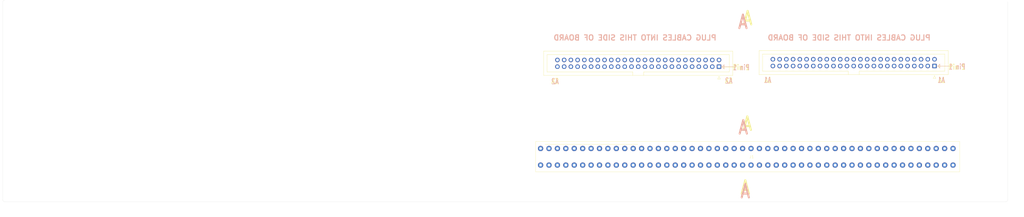
<source format=kicad_pcb>
(kicad_pcb (version 20221018) (generator pcbnew)
  (layers (0 "F.Cu" signal) (31 "B.Cu" signal) (34 "B.Paste" user) (35 "F.Paste" user) (36 "B.SilkS" user "B.Silkscreen") (37 "F.SilkS" user "F.Silkscreen") (38 "B.Mask" user) (39 "F.Mask" user) (44 "Edge.Cuts" user))
  (net 0 "")
  (net 1 "a01")
  (net 2 "a02")
  (net 3 "a03")
  (net 4 "a04")
  (net 5 "a05")
  (net 6 "a06")
  (net 7 "a07")
  (net 8 "a08")
  (net 9 "a09")
  (net 10 "a10")
  (net 11 "a11")
  (net 12 "a12")
  (net 13 "a13")
  (net 14 "a14")
  (net 15 "a15")
  (net 16 "a16")
  (net 17 "a17")
  (net 18 "a18")
  (net 19 "a19")
  (net 20 "a20")
  (net 21 "a21")
  (net 22 "a22")
  (net 23 "a23")
  (net 24 "a24")
  (net 25 "a25")
  (net 26 "a26")
  (net 27 "a27")
  (net 28 "a28")
  (net 29 "a29")
  (net 30 "a30")
  (net 31 "a31")
  (net 32 "a32")
  (net 33 "a33")
  (net 34 "a34")
  (net 35 "a35")
  (net 36 "a36")
  (net 37 "a37")
  (net 38 "a38")
  (net 39 "a39")
  (net 40 "a40")
  (net 41 "a41")
  (net 42 "a42")
  (net 43 "a43")
  (net 44 "a44")
  (net 45 "a45")
  (net 46 "a46")
  (net 47 "a47")
  (net 48 "a48")
  (net 49 "a49")
  (net 50 "a50")
  (net 51 "b01")
  (net 52 "b02")
  (net 53 "b03")
  (net 54 "b04")
  (net 55 "b05")
  (net 56 "b06")
  (net 57 "b07")
  (net 58 "b08")
  (net 59 "b09")
  (net 60 "b10")
  (net 61 "b11")
  (net 62 "b12")
  (net 63 "b13")
  (net 64 "b14")
  (net 65 "b15")
  (net 66 "b16")
  (net 67 "b17")
  (net 68 "b18")
  (net 69 "b19")
  (net 70 "b20")
  (net 71 "b21")
  (net 72 "b22")
  (net 73 "b23")
  (net 74 "b24")
  (net 75 "b25")
  (net 76 "b26")
  (net 77 "b27")
  (net 78 "b28")
  (net 79 "b29")
  (net 80 "b30")
  (net 81 "b31")
  (net 82 "b32")
  (net 83 "b33")
  (net 84 "b34")
  (net 85 "b35")
  (net 86 "b36")
  (net 87 "b37")
  (net 88 "b38")
  (net 89 "b39")
  (net 90 "b40")
  (net 91 "b41")
  (net 92 "b42")
  (net 93 "b43")
  (net 94 "b44")
  (net 95 "b45")
  (net 96 "b46")
  (net 97 "b47")
  (net 98 "b48")
  (net 99 "b49")
  (net 100 "b50")
  (footprint "Forgotten Machines:DG NOVA Backplane Connector - Frontside" (layer "F.Cu") (at 307.483 94.06)
    (fp_text reference "J1" (at 1.254 0 unlocked) (layer "F.SilkS") (effects (font (thickness 0.1))))
    (fp_text value "Port A" hide)
    (fp_rect (start 79.74 5.635) (end -80.28 -5.795) (stroke (width 0.1)) (fill none) (layer "F.SilkS"))
    (pad "1" thru_hole circle (at 77.2 -3.175 90) (size 2 2) (drill 1) (layers "*.Cu" "*.Mask") (net 1 "a01"))
    (pad "2" thru_hole circle (at 77.2 3.095 90) (size 2 2) (drill 1) (layers "*.Cu" "*.Mask") (net 2 "a02"))
    (pad "3" thru_hole circle (at 74.025 -3.175 90) (size 2 2) (drill 1) (layers "*.Cu" "*.Mask") (net 3 "a03"))
    (pad "4" thru_hole circle (at 74.025 3.095 90) (size 2 2) (drill 1) (layers "*.Cu" "*.Mask") (net 4 "a04"))
    (pad "5" thru_hole circle (at 70.85 -3.175 90) (size 2 2) (drill 1) (layers "*.Cu" "*.Mask") (net 5 "a05"))
    (pad "6" thru_hole circle (at 70.85 3.095 90) (size 2 2) (drill 1) (layers "*.Cu" "*.Mask") (net 6 "a06"))
    (pad "7" thru_hole circle (at 67.675 -3.175 90) (size 2 2) (drill 1) (layers "*.Cu" "*.Mask") (net 7 "a07"))
    (pad "8" thru_hole circle (at 67.675 3.095 90) (size 2 2) (drill 1) (layers "*.Cu" "*.Mask") (net 8 "a08"))
    (pad "9" thru_hole circle (at 64.5 -3.175 90) (size 2 2) (drill 1) (layers "*.Cu" "*.Mask") (net 9 "a09"))
    (pad "10" thru_hole circle (at 64.5 3.095 90) (size 2 2) (drill 1) (layers "*.Cu" "*.Mask") (net 10 "a10"))
    (pad "11" thru_hole circle (at 61.325 -3.175 90) (size 2 2) (drill 1) (layers "*.Cu" "*.Mask") (net 11 "a11"))
    (pad "12" thru_hole circle (at 61.325 3.095 90) (size 2 2) (drill 1) (layers "*.Cu" "*.Mask") (net 12 "a12"))
    (pad "13" thru_hole circle (at 58.15 -3.175 90) (size 2 2) (drill 1) (layers "*.Cu" "*.Mask") (net 13 "a13"))
    (pad "14" thru_hole circle (at 58.15 3.095 90) (size 2 2) (drill 1) (layers "*.Cu" "*.Mask") (net 14 "a14"))
    (pad "15" thru_hole circle (at 54.975 -3.175 90) (size 2 2) (drill 1) (layers "*.Cu" "*.Mask") (net 15 "a15"))
    (pad "16" thru_hole circle (at 54.975 3.095 90) (size 2 2) (drill 1) (layers "*.Cu" "*.Mask") (net 16 "a16"))
    (pad "17" thru_hole circle (at 51.8 -3.175 90) (size 2 2) (drill 1) (layers "*.Cu" "*.Mask") (net 17 "a17"))
    (pad "18" thru_hole circle (at 51.8 3.095 90) (size 2 2) (drill 1) (layers "*.Cu" "*.Mask") (net 18 "a18"))
    (pad "19" thru_hole circle (at 48.625 -3.175 90) (size 2 2) (drill 1) (layers "*.Cu" "*.Mask") (net 19 "a19"))
    (pad "20" thru_hole circle (at 48.625 3.095 90) (size 2 2) (drill 1) (layers "*.Cu" "*.Mask") (net 20 "a20"))
    (pad "21" thru_hole circle (at 45.45 -3.175 90) (size 2 2) (drill 1) (layers "*.Cu" "*.Mask") (net 21 "a21"))
    (pad "22" thru_hole circle (at 45.45 3.095 90) (size 2 2) (drill 1) (layers "*.Cu" "*.Mask") (net 22 "a22"))
    (pad "23" thru_hole circle (at 42.275 -3.175 90) (size 2 2) (drill 1) (layers "*.Cu" "*.Mask") (net 23 "a23"))
    (pad "24" thru_hole circle (at 42.275 3.095 90) (size 2 2) (drill 1) (layers "*.Cu" "*.Mask") (net 24 "a24"))
    (pad "25" thru_hole circle (at 39.1 -3.175 90) (size 2 2) (drill 1) (layers "*.Cu" "*.Mask") (net 25 "a25"))
    (pad "26" thru_hole circle (at 39.1 3.095 90) (size 2 2) (drill 1) (layers "*.Cu" "*.Mask") (net 26 "a26"))
    (pad "27" thru_hole circle (at 35.925 -3.175 90) (size 2 2) (drill 1) (layers "*.Cu" "*.Mask") (net 27 "a27"))
    (pad "28" thru_hole circle (at 35.925 3.095 90) (size 2 2) (drill 1) (layers "*.Cu" "*.Mask") (net 28 "a28"))
    (pad "29" thru_hole circle (at 32.75 -3.175 90) (size 2 2) (drill 1) (layers "*.Cu" "*.Mask") (net 29 "a29"))
    (pad "30" thru_hole circle (at 32.75 3.095 90) (size 2 2) (drill 1) (layers "*.Cu" "*.Mask") (net 30 "a30"))
    (pad "31" thru_hole circle (at 29.575 -3.175 90) (size 2 2) (drill 1) (layers "*.Cu" "*.Mask") (net 31 "a31"))
    (pad "32" thru_hole circle (at 29.575 3.095 90) (size 2 2) (drill 1) (layers "*.Cu" "*.Mask") (net 32 "a32"))
    (pad "33" thru_hole circle (at 26.4 -3.175 90) (size 2 2) (drill 1) (layers "*.Cu" "*.Mask") (net 33 "a33"))
    (pad "34" thru_hole circle (at 26.4 3.095 90) (size 2 2) (drill 1) (layers "*.Cu" "*.Mask") (net 34 "a34"))
    (pad "35" thru_hole circle (at 23.225 -3.175 90) (size 2 2) (drill 1) (layers "*.Cu" "*.Mask") (net 35 "a35"))
    (pad "36" thru_hole circle (at 23.225 3.095 90) (size 2 2) (drill 1) (layers "*.Cu" "*.Mask") (net 36 "a36"))
    (pad "37" thru_hole circle (at 20.05 -3.175 90) (size 2 2) (drill 1) (layers "*.Cu" "*.Mask") (net 37 "a37"))
    (pad "38" thru_hole circle (at 20.05 3.095 90) (size 2 2) (drill 1) (layers "*.Cu" "*.Mask") (net 38 "a38"))
    (pad "39" thru_hole circle (at 16.875 -3.175 90) (size 2 2) (drill 1) (layers "*.Cu" "*.Mask") (net 39 "a39"))
    (pad "40" thru_hole circle (at 16.875 3.095 90) (size 2 2) (drill 1) (layers "*.Cu" "*.Mask") (net 40 "a40"))
    (pad "41" thru_hole circle (at 13.7 -3.175 90) (size 2 2) (drill 1) (layers "*.Cu" "*.Mask") (net 41 "a41"))
    (pad "42" thru_hole circle (at 13.7 3.095 90) (size 2 2) (drill 1) (layers "*.Cu" "*.Mask") (net 42 "a42"))
    (pad "43" thru_hole circle (at 10.525 -3.175 90) (size 2 2) (drill 1) (layers "*.Cu" "*.Mask") (net 43 "a43"))
    (pad "44" thru_hole circle (at 10.525 3.095 90) (size 2 2) (drill 1) (layers "*.Cu" "*.Mask") (net 44 "a44"))
    (pad "45" thru_hole circle (at 7.35 -3.175 90) (size 2 2) (drill 1) (layers "*.Cu" "*.Mask") (net 45 "a45"))
    (pad "46" thru_hole circle (at 7.35 3.095 90) (size 2 2) (drill 1) (layers "*.Cu" "*.Mask") (net 46 "a46"))
    (pad "47" thru_hole circle (at 4.175 -3.175 90) (size 2 2) (drill 1) (layers "*.Cu" "*.Mask") (net 47 "a47"))
    (pad "48" thru_hole circle (at 4.175 3.095 90) (size 2 2) (drill 1) (layers "*.Cu" "*.Mask") (net 48 "a48"))
    (pad "49" thru_hole circle (at 1 -3.175 90) (size 2 2) (drill 1) (layers "*.Cu" "*.Mask") (net 49 "a49"))
    (pad "50" thru_hole circle (at 1 3.095 90) (size 2 2) (drill 1) (layers "*.Cu" "*.Mask") (net 50 "a50"))
    (pad "51" thru_hole circle (at -2.175 -3.175 90) (size 2 2) (drill 1) (layers "*.Cu" "*.Mask") (net 51 "b01"))
    (pad "52" thru_hole circle (at -2.175 3.095 90) (size 2 2) (drill 1) (layers "*.Cu" "*.Mask") (net 52 "b02"))
    (pad "53" thru_hole circle (at -5.35 -3.175 90) (size 2 2) (drill 1) (layers "*.Cu" "*.Mask") (net 53 "b03"))
    (pad "54" thru_hole circle (at -5.35 3.095 90) (size 2 2) (drill 1) (layers "*.Cu" "*.Mask") (net 54 "b04"))
    (pad "55" thru_hole circle (at -8.525 -3.175 90) (size 2 2) (drill 1) (layers "*.Cu" "*.Mask") (net 55 "b05"))
    (pad "56" thru_hole circle (at -8.525 3.095 90) (size 2 2) (drill 1) (layers "*.Cu" "*.Mask") (net 56 "b06"))
    (pad "57" thru_hole circle (at -11.7 -3.175 90) (size 2 2) (drill 1) (layers "*.Cu" "*.Mask") (net 57 "b07"))
    (pad "58" thru_hole circle (at -11.7 3.095 90) (size 2 2) (drill 1) (layers "*.Cu" "*.Mask") (net 58 "b08"))
    (pad "59" thru_hole circle (at -14.875 -3.175 90) (size 2 2) (drill 1) (layers "*.Cu" "*.Mask") (net 59 "b09"))
    (pad "60" thru_hole circle (at -14.875 3.095 90) (size 2 2) (drill 1) (layers "*.Cu" "*.Mask") (net 60 "b10"))
    (pad "61" thru_hole circle (at -18.05 -3.175 90) (size 2 2) (drill 1) (layers "*.Cu" "*.Mask") (net 61 "b11"))
    (pad "62" thru_hole circle (at -18.05 3.095 90) (size 2 2) (drill 1) (layers "*.Cu" "*.Mask") (net 62 "b12"))
    (pad "63" thru_hole circle (at -21.225 -3.175 90) (size 2 2) (drill 1) (layers "*.Cu" "*.Mask") (net 63 "b13"))
    (pad "64" thru_hole circle (at -21.225 3.095 90) (size 2 2) (drill 1) (layers "*.Cu" "*.Mask") (net 64 "b14"))
    (pad "65" thru_hole circle (at -24.4 -3.175 90) (size 2 2) (drill 1) (layers "*.Cu" "*.Mask") (net 65 "b15"))
    (pad "66" thru_hole circle (at -24.4 3.095 90) (size 2 2) (drill 1) (layers "*.Cu" "*.Mask") (net 66 "b16"))
    (pad "67" thru_hole circle (at -27.575 -3.175 90) (size 2 2) (drill 1) (layers "*.Cu" "*.Mask") (net 67 "b17"))
    (pad "68" thru_hole circle (at -27.575 3.095 90) (size 2 2) (drill 1) (layers "*.Cu" "*.Mask") (net 68 "b18"))
    (pad "69" thru_hole circle (at -30.75 -3.175 90) (size 2 2) (drill 1) (layers "*.Cu" "*.Mask") (net 69 "b19"))
    (pad "70" thru_hole circle (at -30.75 3.095 90) (size 2 2) (drill 1) (layers "*.Cu" "*.Mask") (net 70 "b20"))
    (pad "71" thru_hole circle (at -33.925 -3.175 90) (size 2 2) (drill 1) (layers "*.Cu" "*.Mask") (net 71 "b21"))
    (pad "72" thru_hole circle (at -33.925 3.095 90) (size 2 2) (drill 1) (layers "*.Cu" "*.Mask") (net 72 "b22"))
    (pad "73" thru_hole circle (at -37.1 -3.175 90) (size 2 2) (drill 1) (layers "*.Cu" "*.Mask") (net 73 "b23"))
    (pad "74" thru_hole circle (at -37.1 3.095 90) (size 2 2) (drill 1) (layers "*.Cu" "*.Mask") (net 74 "b24"))
    (pad "75" thru_hole circle (at -40.275 -3.175 90) (size 2 2) (drill 1) (layers "*.Cu" "*.Mask") (net 75 "b25"))
    (pad "76" thru_hole circle (at -40.275 3.095 90) (size 2 2) (drill 1) (layers "*.Cu" "*.Mask") (net 76 "b26"))
    (pad "77" thru_hole circle (at -43.45 -3.175 90) (size 2 2) (drill 1) (layers "*.Cu" "*.Mask") (net 77 "b27"))
    (pad "78" thru_hole circle (at -43.45 3.095 90) (size 2 2) (drill 1) (layers "*.Cu" "*.Mask") (net 78 "b28"))
    (pad "79" thru_hole circle (at -46.625 -3.175 90) (size 2 2) (drill 1) (layers "*.Cu" "*.Mask") (net 79 "b29"))
    (pad "80" thru_hole circle (at -46.625 3.095 90) (size 2 2) (drill 1) (layers "*.Cu" "*.Mask") (net 80 "b30"))
    (pad "81" thru_hole circle (at -49.8 -3.175 90) (size 2 2) (drill 1) (layers "*.Cu" "*.Mask") (net 81 "b31"))
    (pad "82" thru_hole circle (at -49.8 3.095 90) (size 2 2) (drill 1) (layers "*.Cu" "*.Mask") (net 82 "b32"))
    (pad "83" thru_hole circle (at -52.975 -3.175 90) (size 2 2) (drill 1) (layers "*.Cu" "*.Mask") (net 83 "b33"))
    (pad "84" thru_hole circle (at -52.975 3.095 90) (size 2 2) (drill 1) (layers "*.Cu" "*.Mask") (net 84 "b34"))
    (pad "85" thru_hole circle (at -56.15 -3.175 90) (size 2 2) (drill 1) (layers "*.Cu" "*.Mask") (net 85 "b35"))
    (pad "86" thru_hole circle (at -56.15 3.095 90) (size 2 2) (drill 1) (layers "*.Cu" "*.Mask") (net 86 "b36"))
    (pad "87" thru_hole circle (at -59.325 -3.175 90) (size 2 2) (drill 1) (layers "*.Cu" "*.Mask") (net 87 "b37"))
    (pad "88" thru_hole circle (at -59.325 3.095 90) (size 2 2) (drill 1) (layers "*.Cu" "*.Mask") (net 88 "b38"))
    (pad "89" thru_hole circle (at -62.5 -3.175 90) (size 2 2) (drill 1) (layers "*.Cu" "*.Mask") (net 89 "b39"))
    (pad "90" thru_hole circle (at -62.5 3.095 90) (size 2 2) (drill 1) (layers "*.Cu" "*.Mask") (net 90 "b40"))
    (pad "91" thru_hole circle (at -65.675 -3.175 90) (size 2 2) (drill 1) (layers "*.Cu" "*.Mask") (net 91 "b41"))
    (pad "92" thru_hole circle (at -65.675 3.095 90) (size 2 2) (drill 1) (layers "*.Cu" "*.Mask") (net 92 "b42"))
    (pad "93" thru_hole circle (at -68.85 -3.175 90) (size 2 2) (drill 1) (layers "*.Cu" "*.Mask") (net 93 "b43"))
    (pad "94" thru_hole circle (at -68.85 3.095 90) (size 2 2) (drill 1) (layers "*.Cu" "*.Mask") (net 94 "b44"))
    (pad "95" thru_hole circle (at -72.025 -3.175 90) (size 2 2) (drill 1) (layers "*.Cu" "*.Mask") (net 95 "b45"))
    (pad "96" thru_hole circle (at -72.025 3.095 90) (size 2 2) (drill 1) (layers "*.Cu" "*.Mask") (net 96 "b46"))
    (pad "97" thru_hole circle (at -75.2 -3.175 90) (size 2 2) (drill 1) (layers "*.Cu" "*.Mask") (net 97 "b47"))
    (pad "98" thru_hole circle (at -75.2 3.095 90) (size 2 2) (drill 1) (layers "*.Cu" "*.Mask") (net 98 "b48"))
    (pad "99" thru_hole circle (at -78.375 -3.175 90) (size 2 2) (drill 1) (layers "*.Cu" "*.Mask") (net 99 "b49"))
    (pad "100" thru_hole circle (at -78.375 3.095 90) (size 2 2) (drill 1) (layers "*.Cu" "*.Mask") (net 100 "b50"))
  )
  (footprint "Forgotten Machines:IDC-Header_2x25_P2.54mm - Backside" (layer "F.Cu") (at 265.938 58.459)
    (fp_text reference "X3" hide)
    (fp_text value "A2" hide)
    (fp_line (start -35.69 -4.345) (end -35.69 4.775) (stroke (width 0.12)) (layer "F.SilkS"))
    (fp_line (start -35.69 4.775) (end 35.69 4.775) (stroke (width 0.12)) (layer "F.SilkS"))
    (fp_line (start -34.39 -3.035) (end -34.39 3.465) (stroke (width 0.12)) (layer "F.SilkS"))
    (fp_line (start -34.39 3.465) (end -2.05 3.465) (stroke (width 0.12)) (layer "F.SilkS"))
    (fp_line (start -2.05 3.465) (end -2.05 3.465) (stroke (width 0.12)) (layer "F.SilkS"))
    (fp_line (start -2.05 3.465) (end -2.05 4.775) (stroke (width 0.12)) (layer "F.SilkS"))
    (fp_line (start 2.05 3.465) (end 34.39 3.465) (stroke (width 0.12)) (layer "F.SilkS"))
    (fp_line (start 2.05 4.775) (end 2.05 3.465) (stroke (width 0.12)) (layer "F.SilkS"))
    (fp_line (start 29.98 6.165) (end 30.48 5.165) (stroke (width 0.12)) (layer "F.SilkS"))
    (fp_line (start 30.48 5.165) (end 30.98 6.165) (stroke (width 0.12)) (layer "F.SilkS"))
    (fp_line (start 30.98 6.165) (end 29.98 6.165) (stroke (width 0.12)) (layer "F.SilkS"))
    (fp_line (start 34.39 -3.035) (end -34.39 -3.035) (stroke (width 0.12)) (layer "F.SilkS"))
    (fp_line (start 34.39 3.465) (end 34.39 -3.035) (stroke (width 0.12)) (layer "F.SilkS"))
    (fp_line (start 35.69 -4.345) (end -35.69 -4.345) (stroke (width 0.12)) (layer "F.SilkS"))
    (fp_line (start 35.69 4.775) (end 35.69 -4.345) (stroke (width 0.12)) (layer "F.SilkS"))
    (pad "1" thru_hole roundrect (at 30.48 1.485 90) (size 1.7 1.7) (drill 1) (layers "*.Cu" "*.Mask") (roundrect_rratio 0.147059) (net 51 "b01"))
    (pad "2" thru_hole circle (at 30.48 -1.055 90) (size 1.7 1.7) (drill 1) (layers "*.Cu" "*.Mask") (net 52 "b02"))
    (pad "3" thru_hole circle (at 27.94 1.485 90) (size 1.7 1.7) (drill 1) (layers "*.Cu" "*.Mask") (net 53 "b03"))
    (pad "4" thru_hole circle (at 27.94 -1.055 90) (size 1.7 1.7) (drill 1) (layers "*.Cu" "*.Mask") (net 54 "b04"))
    (pad "5" thru_hole circle (at 25.4 1.485 90) (size 1.7 1.7) (drill 1) (layers "*.Cu" "*.Mask") (net 55 "b05"))
    (pad "6" thru_hole circle (at 25.4 -1.055 90) (size 1.7 1.7) (drill 1) (layers "*.Cu" "*.Mask") (net 56 "b06"))
    (pad "7" thru_hole circle (at 22.86 1.485 90) (size 1.7 1.7) (drill 1) (layers "*.Cu" "*.Mask") (net 57 "b07"))
    (pad "8" thru_hole circle (at 22.86 -1.055 90) (size 1.7 1.7) (drill 1) (layers "*.Cu" "*.Mask") (net 58 "b08"))
    (pad "9" thru_hole circle (at 20.32 1.485 90) (size 1.7 1.7) (drill 1) (layers "*.Cu" "*.Mask") (net 59 "b09"))
    (pad "10" thru_hole circle (at 20.32 -1.055 90) (size 1.7 1.7) (drill 1) (layers "*.Cu" "*.Mask") (net 60 "b10"))
    (pad "11" thru_hole circle (at 17.78 1.485 90) (size 1.7 1.7) (drill 1) (layers "*.Cu" "*.Mask") (net 61 "b11"))
    (pad "12" thru_hole circle (at 17.78 -1.055 90) (size 1.7 1.7) (drill 1) (layers "*.Cu" "*.Mask") (net 62 "b12"))
    (pad "13" thru_hole circle (at 15.24 1.485 90) (size 1.7 1.7) (drill 1) (layers "*.Cu" "*.Mask") (net 63 "b13"))
    (pad "14" thru_hole circle (at 15.24 -1.055 90) (size 1.7 1.7) (drill 1) (layers "*.Cu" "*.Mask") (net 64 "b14"))
    (pad "15" thru_hole circle (at 12.7 1.485 90) (size 1.7 1.7) (drill 1) (layers "*.Cu" "*.Mask") (net 65 "b15"))
    (pad "16" thru_hole circle (at 12.7 -1.055 90) (size 1.7 1.7) (drill 1) (layers "*.Cu" "*.Mask") (net 66 "b16"))
    (pad "17" thru_hole circle (at 10.16 1.485 90) (size 1.7 1.7) (drill 1) (layers "*.Cu" "*.Mask") (net 67 "b17"))
    (pad "18" thru_hole circle (at 10.16 -1.055 90) (size 1.7 1.7) (drill 1) (layers "*.Cu" "*.Mask") (net 68 "b18"))
    (pad "19" thru_hole circle (at 7.62 1.485 90) (size 1.7 1.7) (drill 1) (layers "*.Cu" "*.Mask") (net 69 "b19"))
    (pad "20" thru_hole circle (at 7.62 -1.055 90) (size 1.7 1.7) (drill 1) (layers "*.Cu" "*.Mask") (net 70 "b20"))
    (pad "21" thru_hole circle (at 5.08 1.485 90) (size 1.7 1.7) (drill 1) (layers "*.Cu" "*.Mask") (net 71 "b21"))
    (pad "22" thru_hole circle (at 5.08 -1.055 90) (size 1.7 1.7) (drill 1) (layers "*.Cu" "*.Mask") (net 72 "b22"))
    (pad "23" thru_hole circle (at 2.54 1.485 90) (size 1.7 1.7) (drill 1) (layers "*.Cu" "*.Mask") (net 73 "b23"))
    (pad "24" thru_hole circle (at 2.54 -1.055 90) (size 1.7 1.7) (drill 1) (layers "*.Cu" "*.Mask") (net 74 "b24"))
    (pad "25" thru_hole circle (at 0 1.485 90) (size 1.7 1.7) (drill 1) (layers "*.Cu" "*.Mask") (net 75 "b25"))
    (pad "26" thru_hole circle (at 0 -1.055 90) (size 1.7 1.7) (drill 1) (layers "*.Cu" "*.Mask") (net 76 "b26"))
    (pad "27" thru_hole circle (at -2.54 1.485 90) (size 1.7 1.7) (drill 1) (layers "*.Cu" "*.Mask") (net 77 "b27"))
    (pad "28" thru_hole circle (at -2.54 -1.055 90) (size 1.7 1.7) (drill 1) (layers "*.Cu" "*.Mask") (net 78 "b28"))
    (pad "29" thru_hole circle (at -5.08 1.485 90) (size 1.7 1.7) (drill 1) (layers "*.Cu" "*.Mask") (net 79 "b29"))
    (pad "30" thru_hole circle (at -5.08 -1.055 90) (size 1.7 1.7) (drill 1) (layers "*.Cu" "*.Mask") (net 80 "b30"))
    (pad "31" thru_hole circle (at -7.62 1.485 90) (size 1.7 1.7) (drill 1) (layers "*.Cu" "*.Mask") (net 81 "b31"))
    (pad "32" thru_hole circle (at -7.62 -1.055 90) (size 1.7 1.7) (drill 1) (layers "*.Cu" "*.Mask") (net 82 "b32"))
    (pad "33" thru_hole circle (at -10.16 1.485 90) (size 1.7 1.7) (drill 1) (layers "*.Cu" "*.Mask") (net 83 "b33"))
    (pad "34" thru_hole circle (at -10.16 -1.055 90) (size 1.7 1.7) (drill 1) (layers "*.Cu" "*.Mask") (net 84 "b34"))
    (pad "35" thru_hole circle (at -12.7 1.485 90) (size 1.7 1.7) (drill 1) (layers "*.Cu" "*.Mask") (net 85 "b35"))
    (pad "36" thru_hole circle (at -12.7 -1.055 90) (size 1.7 1.7) (drill 1) (layers "*.Cu" "*.Mask") (net 86 "b36"))
    (pad "37" thru_hole circle (at -15.24 1.485 90) (size 1.7 1.7) (drill 1) (layers "*.Cu" "*.Mask") (net 87 "b37"))
    (pad "38" thru_hole circle (at -15.24 -1.055 90) (size 1.7 1.7) (drill 1) (layers "*.Cu" "*.Mask") (net 88 "b38"))
    (pad "39" thru_hole circle (at -17.78 1.485 90) (size 1.7 1.7) (drill 1) (layers "*.Cu" "*.Mask") (net 89 "b39"))
    (pad "40" thru_hole circle (at -17.78 -1.055 90) (size 1.7 1.7) (drill 1) (layers "*.Cu" "*.Mask") (net 90 "b40"))
    (pad "41" thru_hole circle (at -20.32 1.485 90) (size 1.7 1.7) (drill 1) (layers "*.Cu" "*.Mask") (net 91 "b41"))
    (pad "42" thru_hole circle (at -20.32 -1.055 90) (size 1.7 1.7) (drill 1) (layers "*.Cu" "*.Mask") (net 92 "b42"))
    (pad "43" thru_hole circle (at -22.86 1.485 90) (size 1.7 1.7) (drill 1) (layers "*.Cu" "*.Mask") (net 93 "b43"))
    (pad "44" thru_hole circle (at -22.86 -1.055 90) (size 1.7 1.7) (drill 1) (layers "*.Cu" "*.Mask") (net 94 "b44"))
    (pad "45" thru_hole circle (at -25.4 1.485 90) (size 1.7 1.7) (drill 1) (layers "*.Cu" "*.Mask") (net 95 "b45"))
    (pad "46" thru_hole circle (at -25.4 -1.055 90) (size 1.7 1.7) (drill 1) (layers "*.Cu" "*.Mask") (net 96 "b46"))
    (pad "47" thru_hole circle (at -27.94 1.485 90) (size 1.7 1.7) (drill 1) (layers "*.Cu" "*.Mask") (net 97 "b47"))
    (pad "48" thru_hole circle (at -27.94 -1.055 90) (size 1.7 1.7) (drill 1) (layers "*.Cu" "*.Mask") (net 98 "b48"))
    (pad "49" thru_hole circle (at -30.48 1.485 90) (size 1.7 1.7) (drill 1) (layers "*.Cu" "*.Mask") (net 99 "b49"))
    (pad "50" thru_hole circle (at -30.48 -1.055 90) (size 1.7 1.7) (drill 1) (layers "*.Cu" "*.Mask") (net 100 "b50"))
  )
  (footprint "Forgotten Machines:IDC-Header_2x25_P2.54mm - Backside" (layer "F.Cu") (at 347.218 58.205)
    (fp_text reference "X1" hide)
    (fp_text value "A1" hide)
    (fp_line (start -35.69 -4.345) (end -35.69 4.775) (stroke (width 0.12)) (layer "F.SilkS"))
    (fp_line (start -35.69 4.775) (end 35.69 4.775) (stroke (width 0.12)) (layer "F.SilkS"))
    (fp_line (start -34.39 -3.035) (end -34.39 3.465) (stroke (width 0.12)) (layer "F.SilkS"))
    (fp_line (start -34.39 3.465) (end -2.05 3.465) (stroke (width 0.12)) (layer "F.SilkS"))
    (fp_line (start -2.05 3.465) (end -2.05 3.465) (stroke (width 0.12)) (layer "F.SilkS"))
    (fp_line (start -2.05 3.465) (end -2.05 4.775) (stroke (width 0.12)) (layer "F.SilkS"))
    (fp_line (start 2.05 3.465) (end 34.39 3.465) (stroke (width 0.12)) (layer "F.SilkS"))
    (fp_line (start 2.05 4.775) (end 2.05 3.465) (stroke (width 0.12)) (layer "F.SilkS"))
    (fp_line (start 29.98 6.165) (end 30.48 5.165) (stroke (width 0.12)) (layer "F.SilkS"))
    (fp_line (start 30.48 5.165) (end 30.98 6.165) (stroke (width 0.12)) (layer "F.SilkS"))
    (fp_line (start 30.98 6.165) (end 29.98 6.165) (stroke (width 0.12)) (layer "F.SilkS"))
    (fp_line (start 34.39 -3.035) (end -34.39 -3.035) (stroke (width 0.12)) (layer "F.SilkS"))
    (fp_line (start 34.39 3.465) (end 34.39 -3.035) (stroke (width 0.12)) (layer "F.SilkS"))
    (fp_line (start 35.69 -4.345) (end -35.69 -4.345) (stroke (width 0.12)) (layer "F.SilkS"))
    (fp_line (start 35.69 4.775) (end 35.69 -4.345) (stroke (width 0.12)) (layer "F.SilkS"))
    (pad "1" thru_hole roundrect (at 30.48 1.485 90) (size 1.7 1.7) (drill 1) (layers "*.Cu" "*.Mask") (roundrect_rratio 0.147059) (net 1 "a01"))
    (pad "2" thru_hole circle (at 30.48 -1.055 90) (size 1.7 1.7) (drill 1) (layers "*.Cu" "*.Mask") (net 2 "a02"))
    (pad "3" thru_hole circle (at 27.94 1.485 90) (size 1.7 1.7) (drill 1) (layers "*.Cu" "*.Mask") (net 3 "a03"))
    (pad "4" thru_hole circle (at 27.94 -1.055 90) (size 1.7 1.7) (drill 1) (layers "*.Cu" "*.Mask") (net 4 "a04"))
    (pad "5" thru_hole circle (at 25.4 1.485 90) (size 1.7 1.7) (drill 1) (layers "*.Cu" "*.Mask") (net 5 "a05"))
    (pad "6" thru_hole circle (at 25.4 -1.055 90) (size 1.7 1.7) (drill 1) (layers "*.Cu" "*.Mask") (net 6 "a06"))
    (pad "7" thru_hole circle (at 22.86 1.485 90) (size 1.7 1.7) (drill 1) (layers "*.Cu" "*.Mask") (net 7 "a07"))
    (pad "8" thru_hole circle (at 22.86 -1.055 90) (size 1.7 1.7) (drill 1) (layers "*.Cu" "*.Mask") (net 8 "a08"))
    (pad "9" thru_hole circle (at 20.32 1.485 90) (size 1.7 1.7) (drill 1) (layers "*.Cu" "*.Mask") (net 9 "a09"))
    (pad "10" thru_hole circle (at 20.32 -1.055 90) (size 1.7 1.7) (drill 1) (layers "*.Cu" "*.Mask") (net 10 "a10"))
    (pad "11" thru_hole circle (at 17.78 1.485 90) (size 1.7 1.7) (drill 1) (layers "*.Cu" "*.Mask") (net 11 "a11"))
    (pad "12" thru_hole circle (at 17.78 -1.055 90) (size 1.7 1.7) (drill 1) (layers "*.Cu" "*.Mask") (net 12 "a12"))
    (pad "13" thru_hole circle (at 15.24 1.485 90) (size 1.7 1.7) (drill 1) (layers "*.Cu" "*.Mask") (net 13 "a13"))
    (pad "14" thru_hole circle (at 15.24 -1.055 90) (size 1.7 1.7) (drill 1) (layers "*.Cu" "*.Mask") (net 14 "a14"))
    (pad "15" thru_hole circle (at 12.7 1.485 90) (size 1.7 1.7) (drill 1) (layers "*.Cu" "*.Mask") (net 15 "a15"))
    (pad "16" thru_hole circle (at 12.7 -1.055 90) (size 1.7 1.7) (drill 1) (layers "*.Cu" "*.Mask") (net 16 "a16"))
    (pad "17" thru_hole circle (at 10.16 1.485 90) (size 1.7 1.7) (drill 1) (layers "*.Cu" "*.Mask") (net 17 "a17"))
    (pad "18" thru_hole circle (at 10.16 -1.055 90) (size 1.7 1.7) (drill 1) (layers "*.Cu" "*.Mask") (net 18 "a18"))
    (pad "19" thru_hole circle (at 7.62 1.485 90) (size 1.7 1.7) (drill 1) (layers "*.Cu" "*.Mask") (net 19 "a19"))
    (pad "20" thru_hole circle (at 7.62 -1.055 90) (size 1.7 1.7) (drill 1) (layers "*.Cu" "*.Mask") (net 20 "a20"))
    (pad "21" thru_hole circle (at 5.08 1.485 90) (size 1.7 1.7) (drill 1) (layers "*.Cu" "*.Mask") (net 21 "a21"))
    (pad "22" thru_hole circle (at 5.08 -1.055 90) (size 1.7 1.7) (drill 1) (layers "*.Cu" "*.Mask") (net 22 "a22"))
    (pad "23" thru_hole circle (at 2.54 1.485 90) (size 1.7 1.7) (drill 1) (layers "*.Cu" "*.Mask") (net 23 "a23"))
    (pad "24" thru_hole circle (at 2.54 -1.055 90) (size 1.7 1.7) (drill 1) (layers "*.Cu" "*.Mask") (net 24 "a24"))
    (pad "25" thru_hole circle (at 0 1.485 90) (size 1.7 1.7) (drill 1) (layers "*.Cu" "*.Mask") (net 25 "a25"))
    (pad "26" thru_hole circle (at 0 -1.055 90) (size 1.7 1.7) (drill 1) (layers "*.Cu" "*.Mask") (net 26 "a26"))
    (pad "27" thru_hole circle (at -2.54 1.485 90) (size 1.7 1.7) (drill 1) (layers "*.Cu" "*.Mask") (net 27 "a27"))
    (pad "28" thru_hole circle (at -2.54 -1.055 90) (size 1.7 1.7) (drill 1) (layers "*.Cu" "*.Mask") (net 28 "a28"))
    (pad "29" thru_hole circle (at -5.08 1.485 90) (size 1.7 1.7) (drill 1) (layers "*.Cu" "*.Mask") (net 29 "a29"))
    (pad "30" thru_hole circle (at -5.08 -1.055 90) (size 1.7 1.7) (drill 1) (layers "*.Cu" "*.Mask") (net 30 "a30"))
    (pad "31" thru_hole circle (at -7.62 1.485 90) (size 1.7 1.7) (drill 1) (layers "*.Cu" "*.Mask") (net 31 "a31"))
    (pad "32" thru_hole circle (at -7.62 -1.055 90) (size 1.7 1.7) (drill 1) (layers "*.Cu" "*.Mask") (net 32 "a32"))
    (pad "33" thru_hole circle (at -10.16 1.485 90) (size 1.7 1.7) (drill 1) (layers "*.Cu" "*.Mask") (net 33 "a33"))
    (pad "34" thru_hole circle (at -10.16 -1.055 90) (size 1.7 1.7) (drill 1) (layers "*.Cu" "*.Mask") (net 34 "a34"))
    (pad "35" thru_hole circle (at -12.7 1.485 90) (size 1.7 1.7) (drill 1) (layers "*.Cu" "*.Mask") (net 35 "a35"))
    (pad "36" thru_hole circle (at -12.7 -1.055 90) (size 1.7 1.7) (drill 1) (layers "*.Cu" "*.Mask") (net 36 "a36"))
    (pad "37" thru_hole circle (at -15.24 1.485 90) (size 1.7 1.7) (drill 1) (layers "*.Cu" "*.Mask") (net 37 "a37"))
    (pad "38" thru_hole circle (at -15.24 -1.055 90) (size 1.7 1.7) (drill 1) (layers "*.Cu" "*.Mask") (net 38 "a38"))
    (pad "39" thru_hole circle (at -17.78 1.485 90) (size 1.7 1.7) (drill 1) (layers "*.Cu" "*.Mask") (net 39 "a39"))
    (pad "40" thru_hole circle (at -17.78 -1.055 90) (size 1.7 1.7) (drill 1) (layers "*.Cu" "*.Mask") (net 40 "a40"))
    (pad "41" thru_hole circle (at -20.32 1.485 90) (size 1.7 1.7) (drill 1) (layers "*.Cu" "*.Mask") (net 41 "a41"))
    (pad "42" thru_hole circle (at -20.32 -1.055 90) (size 1.7 1.7) (drill 1) (layers "*.Cu" "*.Mask") (net 42 "a42"))
    (pad "43" thru_hole circle (at -22.86 1.485 90) (size 1.7 1.7) (drill 1) (layers "*.Cu" "*.Mask") (net 43 "a43"))
    (pad "44" thru_hole circle (at -22.86 -1.055 90) (size 1.7 1.7) (drill 1) (layers "*.Cu" "*.Mask") (net 44 "a44"))
    (pad "45" thru_hole circle (at -25.4 1.485 90) (size 1.7 1.7) (drill 1) (layers "*.Cu" "*.Mask") (net 45 "a45"))
    (pad "46" thru_hole circle (at -25.4 -1.055 90) (size 1.7 1.7) (drill 1) (layers "*.Cu" "*.Mask") (net 46 "a46"))
    (pad "47" thru_hole circle (at -27.94 1.485 90) (size 1.7 1.7) (drill 1) (layers "*.Cu" "*.Mask") (net 47 "a47"))
    (pad "48" thru_hole circle (at -27.94 -1.055 90) (size 1.7 1.7) (drill 1) (layers "*.Cu" "*.Mask") (net 48 "a48"))
    (pad "49" thru_hole circle (at -30.48 1.485 90) (size 1.7 1.7) (drill 1) (layers "*.Cu" "*.Mask") (net 49 "a49"))
    (pad "50" thru_hole circle (at -30.48 -1.055 90) (size 1.7 1.7) (drill 1) (layers "*.Cu" "*.Mask") (net 50 "a50"))
  )
  (gr_line (start 379.73 59.182) (end 379.73 59.69) (stroke (width 0.12)) (layer "B.SilkS"))
  (gr_line (start 379.73 58.928) (end 379.73 59.182) (stroke (width 0.12)) (layer "B.SilkS"))
  (gr_line (start 298.323 59.4614) (end 298.323 59.9694) (stroke (width 0.12)) (layer "B.SilkS"))
  (gr_line (start 298.323 59.9694) (end 298.323 60.7314) (stroke (width 0.12)) (layer "B.SilkS"))
  (gr_line (start 379.73 59.69) (end 379.73 60.452) (stroke (width 0.12)) (layer "B.SilkS"))
  (gr_line (start 379.476 59.69) (end 383.286 59.69) (stroke (width 0.12)) (layer "B.SilkS"))
  (gr_line (start 378.968 59.69) (end 379.476 59.69) (stroke (width 0.12)) (layer "B.SilkS"))
  (gr_line (start 298.323 59.2074) (end 298.323 59.4614) (stroke (width 0.12)) (layer "B.SilkS"))
  (gr_line (start 298.069 59.9694) (end 301.879 59.9694) (stroke (width 0.12)) (layer "B.SilkS"))
  (gr_line (start 297.561 59.9694) (end 298.323 59.2074) (stroke (width 0.12)) (layer "B.SilkS"))
  (gr_line (start 297.561 59.9694) (end 298.069 59.9694) (stroke (width 0.12)) (layer "B.SilkS"))
  (gr_line (start 379.73 60.452) (end 378.968 59.69) (stroke (width 0.12)) (layer "B.SilkS"))
  (gr_line (start 378.968 59.69) (end 379.73 58.928) (stroke (width 0.12)) (layer "B.SilkS"))
  (gr_line (start 298.323 60.7314) (end 297.561 59.9694) (stroke (width 0.12)) (layer "B.SilkS"))
  (gr_line (start 297.561 60.071) (end 298.323 60.833) (stroke (width 0.12)) (layer "F.SilkS"))
  (gr_line (start 379.73 59.0296) (end 378.968 59.7916) (stroke (width 0.12)) (layer "F.SilkS"))
  (gr_line (start 230.759 89.281) (end 265.811 89.281) (stroke (width 0.12)) (layer "F.SilkS"))
  (gr_line (start 378.968 59.7916) (end 379.73 60.5536) (stroke (width 0.12)) (layer "F.SilkS"))
  (gr_line (start 379.73 59.7916) (end 379.73 59.2836) (stroke (width 0.12)) (layer "F.SilkS"))
  (gr_line (start 379.73 60.5536) (end 379.73 59.7916) (stroke (width 0.12)) (layer "F.SilkS"))
  (gr_line (start 301.879 60.071) (end 298.069 60.071) (stroke (width 0.12)) (layer "F.SilkS"))
  (gr_line (start 298.323 59.309) (end 297.561 60.071) (stroke (width 0.12)) (layer "F.SilkS"))
  (gr_line (start 298.323 60.071) (end 298.323 59.563) (stroke (width 0.12)) (layer "F.SilkS"))
  (gr_line (start 298.323 59.563) (end 298.323 59.309) (stroke (width 0.12)) (layer "F.SilkS"))
  (gr_line (start 379.476 59.7916) (end 378.968 59.7916) (stroke (width 0.12)) (layer "F.SilkS"))
  (gr_line (start 298.323 60.833) (end 298.323 60.071) (stroke (width 0.12)) (layer "F.SilkS"))
  (gr_line (start 383.286 59.7916) (end 379.476 59.7916) (stroke (width 0.12)) (layer "F.SilkS"))
  (gr_line (start 298.069 60.071) (end 297.561 60.071) (stroke (width 0.12)) (layer "F.SilkS"))
  (gr_line (start 379.73 59.2836) (end 379.73 59.0296) (stroke (width 0.12)) (layer "F.SilkS"))
  (gr_line (start 405.257 110.363) (end 405.257 35.433) (stroke (width 0.05)) (layer "Edge.Cuts"))
  (gr_line (start 26.289 110.363) (end 26.289 35.433) (stroke (width 0.05)) (layer "Edge.Cuts"))
  (gr_line (start 26.924 110.998) (end 404.622 110.998) (stroke (width 0.05)) (layer "Edge.Cuts"))
  (gr_arc (start 26.924 110.998) (mid 26.474987 110.812013) (end 26.289 110.363) (stroke (width 0.05)) (layer "Edge.Cuts"))
  (gr_arc (start 405.257 110.363) (mid 405.071013 110.812013) (end 404.622 110.998) (stroke (width 0.05)) (layer "Edge.Cuts"))
  (gr_arc (start 26.289 35.433) (mid 26.474987 34.983987) (end 26.924 34.798) (stroke (width 0.05)) (layer "Edge.Cuts"))
  (gr_text "A1" (at 380.238 65.024) (layer "B.SilkS") (effects (font (size 2.032 1.524) (thickness 0.254)) (justify mirror)))
  (gr_text "A" (at 305.562 82.931) (layer "B.SilkS") (effects (font (size 5.08 4.064) (thickness 0.762)) (justify mirror)))
  (gr_text "A" (at 305.435 43.053) (layer "B.SilkS") (effects (font (size 5.08 4.064) (thickness 0.762)) (justify mirror)))
  (gr_text "Pin 1" (at 304.8 60.2488) (layer "B.SilkS") (effects (font (size 2.032 1.524) (thickness 0.254)) (justify mirror)))
  (gr_text "A" (at 306.324 107.061) (layer "B.SilkS") (effects (font (size 5.08 4.064) (thickness 0.762)) (justify mirror)))
  (gr_text "A2" (at 300.101 65.278) (layer "B.SilkS") (effects (font (size 2.032 1.524) (thickness 0.254)) (justify mirror)))
  (gr_text "A1" (at 314.706 65.024) (layer "B.SilkS") (effects (font (size 2.032 1.524) (thickness 0.254)) (justify mirror)))
  (gr_text "PLUG CABLES INTO THIS SIDE OF BOARD" (at 295.656 50.165) (layer "B.SilkS") (effects (font (size 2 2) (thickness 0.4) bold) (justify left bottom mirror)))
  (gr_text "PLUG CABLES INTO THIS SIDE OF BOARD" (at 376.428 50.165) (layer "B.SilkS") (effects (font (size 2 2) (thickness 0.4) bold) (justify left bottom mirror)))
  (gr_text "Pin 1" (at 386.207 59.9694) (layer "B.SilkS") (effects (font (size 2.032 1.524) (thickness 0.254)) (justify mirror)))
  (gr_text "A2" (at 234.569 65.532) (layer "B.SilkS") (effects (font (size 2.032 1.524) (thickness 0.254)) (justify mirror)))
  (gr_text "A" (at 307.086 81.534) (layer "F.SilkS") (effects (font (size 5.08 4.064) (thickness 0.762))))
  (gr_text "Pin 1" (at 304.8 60.198) (layer "F.SilkS") (effects (font (size 2.032 1.524) (thickness 0.254))))
  (gr_text "A2" (at 300.101 65.278) (layer "F.SilkS") (effects (font (size 2.032 1.524) (thickness 0.254))))
  (gr_text "A2" (at 234.569 65.405) (layer "F.SilkS") (effects (font (size 2.032 1.524) (thickness 0.254))))
  (gr_text "A1" (at 380.492 65.024) (layer "F.SilkS") (effects (font (size 2.032 1.524) (thickness 0.254))))
  (gr_text "A1" (at 314.96 65.024) (layer "F.SilkS") (effects (font (size 2.032 1.524) (thickness 0.254))))
  (gr_text "A" (at 307.213 41.656) (layer "F.SilkS") (effects (font (size 5.08 4.064) (thickness 0.762))))
  (gr_text "Pin 1" (at 386.207 60.071) (layer "F.SilkS") (effects (font (size 2.032 1.524) (thickness 0.254))))
  (gr_text "A" (at 306.324 105.664) (layer "F.SilkS") (effects (font (size 5.08 4.064) (thickness 0.762))))
)
</source>
